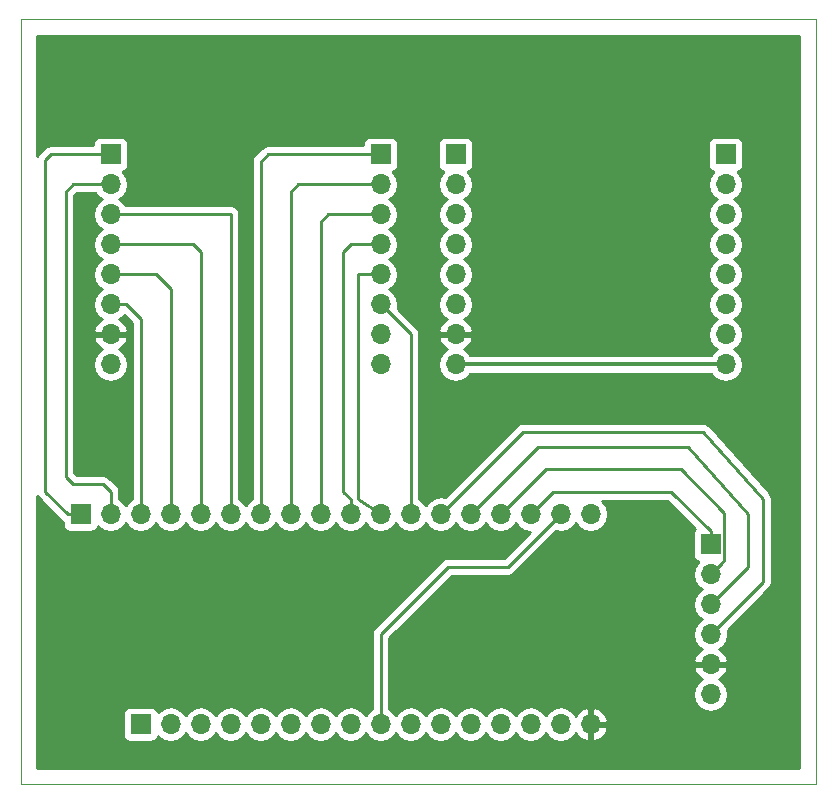
<source format=gbr>
%TF.GenerationSoftware,KiCad,Pcbnew,4.0.7*%
%TF.CreationDate,2018-03-29T14:35:10+02:00*%
%TF.ProjectId,mikrobus-board,6D696B726F6275732D626F6172642E6B,rev?*%
%TF.FileFunction,Copper,L1,Top,Signal*%
%FSLAX46Y46*%
G04 Gerber Fmt 4.6, Leading zero omitted, Abs format (unit mm)*
G04 Created by KiCad (PCBNEW 4.0.7) date 03/29/18 14:35:10*
%MOMM*%
%LPD*%
G01*
G04 APERTURE LIST*
%ADD10C,0.150000*%
%ADD11C,0.100000*%
%ADD12R,1.700000X1.700000*%
%ADD13O,1.700000X1.700000*%
%ADD14C,0.250000*%
%ADD15C,0.380000*%
%ADD16C,0.254000*%
G04 APERTURE END LIST*
D10*
D11*
X184150000Y-100330000D02*
X184150000Y-165100000D01*
X184150000Y-165100000D02*
X182880000Y-165100000D01*
X182880000Y-100330000D02*
X184150000Y-100330000D01*
X180340000Y-100330000D02*
X182880000Y-100330000D01*
X116840000Y-100330000D02*
X116840000Y-101600000D01*
X119380000Y-100330000D02*
X116840000Y-100330000D01*
X116840000Y-101600000D02*
X116840000Y-104140000D01*
X180340000Y-165100000D02*
X182880000Y-165100000D01*
X116840000Y-106680000D02*
X116840000Y-104140000D01*
X116840000Y-165100000D02*
X119380000Y-165100000D01*
X116840000Y-106680000D02*
X116840000Y-165100000D01*
X180340000Y-165100000D02*
X119380000Y-165100000D01*
X119380000Y-100330000D02*
X180340000Y-100330000D01*
D12*
X121920000Y-142240000D03*
D13*
X124460000Y-142240000D03*
X127000000Y-142240000D03*
X129540000Y-142240000D03*
X132080000Y-142240000D03*
X134620000Y-142240000D03*
X137160000Y-142240000D03*
X139700000Y-142240000D03*
X142240000Y-142240000D03*
X144780000Y-142240000D03*
X147320000Y-142240000D03*
X149860000Y-142240000D03*
X152400000Y-142240000D03*
X154940000Y-142240000D03*
X157480000Y-142240000D03*
X160020000Y-142240000D03*
X162560000Y-142240000D03*
X165100000Y-142240000D03*
D12*
X175260000Y-144780000D03*
D13*
X175260000Y-147320000D03*
X175260000Y-149860000D03*
X175260000Y-152400000D03*
X175260000Y-154940000D03*
X175260000Y-157480000D03*
D12*
X124460000Y-111760000D03*
D13*
X124460000Y-114300000D03*
X124460000Y-116840000D03*
X124460000Y-119380000D03*
X124460000Y-121920000D03*
X124460000Y-124460000D03*
X124460000Y-127000000D03*
X124460000Y-129540000D03*
D12*
X147320000Y-111760000D03*
D13*
X147320000Y-114300000D03*
X147320000Y-116840000D03*
X147320000Y-119380000D03*
X147320000Y-121920000D03*
X147320000Y-124460000D03*
X147320000Y-127000000D03*
X147320000Y-129540000D03*
D12*
X153670000Y-111760000D03*
D13*
X153670000Y-114300000D03*
X153670000Y-116840000D03*
X153670000Y-119380000D03*
X153670000Y-121920000D03*
X153670000Y-124460000D03*
X153670000Y-127000000D03*
X153670000Y-129540000D03*
D12*
X176530000Y-111760000D03*
D13*
X176530000Y-114300000D03*
X176530000Y-116840000D03*
X176530000Y-119380000D03*
X176530000Y-121920000D03*
X176530000Y-124460000D03*
X176530000Y-127000000D03*
X176530000Y-129540000D03*
D12*
X127000000Y-160020000D03*
D13*
X129540000Y-160020000D03*
X132080000Y-160020000D03*
X134620000Y-160020000D03*
X137160000Y-160020000D03*
X139700000Y-160020000D03*
X142240000Y-160020000D03*
X144780000Y-160020000D03*
X147320000Y-160020000D03*
X149860000Y-160020000D03*
X152400000Y-160020000D03*
X154940000Y-160020000D03*
X157480000Y-160020000D03*
X160020000Y-160020000D03*
X162560000Y-160020000D03*
X165100000Y-160020000D03*
D14*
X152400000Y-142240000D02*
X159385000Y-135255000D01*
X179705000Y-147955000D02*
X179705000Y-147955000D01*
X159385000Y-135255000D02*
X174625000Y-135255000D01*
X174625000Y-135255000D02*
X179705000Y-140970000D01*
X179705000Y-140970000D02*
X179705000Y-147955000D01*
X179705000Y-147955000D02*
X175260000Y-152400000D01*
X173355000Y-136525000D02*
X160655000Y-136525000D01*
X160655000Y-136525000D02*
X154940000Y-142240000D01*
X178435000Y-142240000D02*
X173355000Y-136525000D01*
X178435000Y-146685000D02*
X178435000Y-142240000D01*
X175260000Y-149860000D02*
X178435000Y-146685000D01*
X157480000Y-142240000D02*
X161290000Y-138430000D01*
X161290000Y-138430000D02*
X172720000Y-138430000D01*
X172720000Y-138430000D02*
X176435001Y-142145001D01*
X176435001Y-142145001D02*
X176435001Y-146144999D01*
X176435001Y-146144999D02*
X176109999Y-146470001D01*
X176109999Y-146470001D02*
X175260000Y-147320000D01*
X175260000Y-144780000D02*
X175260000Y-143680000D01*
X175260000Y-143680000D02*
X171915000Y-140335000D01*
X161925000Y-140335000D02*
X160020000Y-142240000D01*
X171915000Y-140335000D02*
X161925000Y-140335000D01*
X118915000Y-112225000D02*
X119380000Y-111760000D01*
X119380000Y-111760000D02*
X124460000Y-111760000D01*
X118915000Y-140335000D02*
X118915000Y-112225000D01*
X121920000Y-142240000D02*
X120820000Y-142240000D01*
X120820000Y-142240000D02*
X118915000Y-140335000D01*
X124460000Y-142240000D02*
X124460000Y-140335000D01*
X121285000Y-114300000D02*
X124460000Y-114300000D01*
X124460000Y-140335000D02*
X123825000Y-139700000D01*
X120650000Y-114935000D02*
X121285000Y-114300000D01*
X123825000Y-139700000D02*
X121285000Y-139700000D01*
X121285000Y-139700000D02*
X120650000Y-139065000D01*
X120650000Y-139065000D02*
X120650000Y-114935000D01*
X124460000Y-116840000D02*
X134620000Y-116840000D01*
X134620000Y-116840000D02*
X134620000Y-142240000D01*
X124460000Y-119380000D02*
X131445000Y-119380000D01*
X132080000Y-120015000D02*
X132080000Y-142240000D01*
X131445000Y-119380000D02*
X132080000Y-120015000D01*
X124460000Y-121920000D02*
X128270000Y-121920000D01*
X129540000Y-123190000D02*
X129540000Y-142240000D01*
X128270000Y-121920000D02*
X129540000Y-123190000D01*
X124460000Y-124460000D02*
X125730000Y-124460000D01*
X127000000Y-125730000D02*
X127000000Y-142240000D01*
X125730000Y-124460000D02*
X127000000Y-125730000D01*
D15*
X176530000Y-129540000D02*
X153670000Y-129540000D01*
D14*
X137795000Y-111760000D02*
X147320000Y-111760000D01*
X137160000Y-112395000D02*
X137795000Y-111760000D01*
X137160000Y-142240000D02*
X137160000Y-112395000D01*
X139700000Y-114935000D02*
X140335000Y-114300000D01*
X140335000Y-114300000D02*
X147320000Y-114300000D01*
X139700000Y-142240000D02*
X139700000Y-114935000D01*
X142240000Y-117475000D02*
X142875000Y-116840000D01*
X142875000Y-116840000D02*
X147320000Y-116840000D01*
X142240000Y-142240000D02*
X142240000Y-117475000D01*
X144780000Y-142240000D02*
X144780000Y-140970000D01*
X144780000Y-119380000D02*
X147320000Y-119380000D01*
X144145000Y-120015000D02*
X144780000Y-119380000D01*
X144145000Y-140335000D02*
X144145000Y-120015000D01*
X144780000Y-140970000D02*
X144145000Y-140335000D01*
X147320000Y-142240000D02*
X145415000Y-140970000D01*
X145415000Y-140970000D02*
X145415000Y-121920000D01*
X146685000Y-121920000D02*
X147320000Y-121920000D01*
X145415000Y-121920000D02*
X146685000Y-121920000D01*
X149860000Y-142240000D02*
X149860000Y-127000000D01*
X149860000Y-127000000D02*
X147320000Y-124460000D01*
X153035000Y-146685000D02*
X147320000Y-152400000D01*
X147320000Y-152400000D02*
X147320000Y-160020000D01*
X158115000Y-146685000D02*
X153035000Y-146685000D01*
X162560000Y-142240000D02*
X158115000Y-146685000D01*
D16*
G36*
X182753000Y-163703000D02*
X118237000Y-163703000D01*
X118237000Y-140661979D01*
X118377599Y-140872401D01*
X120282599Y-142777401D01*
X120422560Y-142870920D01*
X120422560Y-143090000D01*
X120466838Y-143325317D01*
X120605910Y-143541441D01*
X120818110Y-143686431D01*
X121070000Y-143737440D01*
X122770000Y-143737440D01*
X123005317Y-143693162D01*
X123221441Y-143554090D01*
X123366431Y-143341890D01*
X123380086Y-143274459D01*
X123409946Y-143319147D01*
X123891715Y-143641054D01*
X124460000Y-143754093D01*
X125028285Y-143641054D01*
X125510054Y-143319147D01*
X125730000Y-142989974D01*
X125949946Y-143319147D01*
X126431715Y-143641054D01*
X127000000Y-143754093D01*
X127568285Y-143641054D01*
X128050054Y-143319147D01*
X128270000Y-142989974D01*
X128489946Y-143319147D01*
X128971715Y-143641054D01*
X129540000Y-143754093D01*
X130108285Y-143641054D01*
X130590054Y-143319147D01*
X130810000Y-142989974D01*
X131029946Y-143319147D01*
X131511715Y-143641054D01*
X132080000Y-143754093D01*
X132648285Y-143641054D01*
X133130054Y-143319147D01*
X133350000Y-142989974D01*
X133569946Y-143319147D01*
X134051715Y-143641054D01*
X134620000Y-143754093D01*
X135188285Y-143641054D01*
X135670054Y-143319147D01*
X135890000Y-142989974D01*
X136109946Y-143319147D01*
X136591715Y-143641054D01*
X137160000Y-143754093D01*
X137728285Y-143641054D01*
X138210054Y-143319147D01*
X138430000Y-142989974D01*
X138649946Y-143319147D01*
X139131715Y-143641054D01*
X139700000Y-143754093D01*
X140268285Y-143641054D01*
X140750054Y-143319147D01*
X140970000Y-142989974D01*
X141189946Y-143319147D01*
X141671715Y-143641054D01*
X142240000Y-143754093D01*
X142808285Y-143641054D01*
X143290054Y-143319147D01*
X143510000Y-142989974D01*
X143729946Y-143319147D01*
X144211715Y-143641054D01*
X144780000Y-143754093D01*
X145348285Y-143641054D01*
X145830054Y-143319147D01*
X146050000Y-142989974D01*
X146269946Y-143319147D01*
X146751715Y-143641054D01*
X147320000Y-143754093D01*
X147888285Y-143641054D01*
X148370054Y-143319147D01*
X148590000Y-142989974D01*
X148809946Y-143319147D01*
X149291715Y-143641054D01*
X149860000Y-143754093D01*
X150428285Y-143641054D01*
X150910054Y-143319147D01*
X151130000Y-142989974D01*
X151349946Y-143319147D01*
X151831715Y-143641054D01*
X152400000Y-143754093D01*
X152968285Y-143641054D01*
X153450054Y-143319147D01*
X153670000Y-142989974D01*
X153889946Y-143319147D01*
X154371715Y-143641054D01*
X154940000Y-143754093D01*
X155508285Y-143641054D01*
X155990054Y-143319147D01*
X156210000Y-142989974D01*
X156429946Y-143319147D01*
X156911715Y-143641054D01*
X157480000Y-143754093D01*
X158048285Y-143641054D01*
X158530054Y-143319147D01*
X158750000Y-142989974D01*
X158969946Y-143319147D01*
X159451715Y-143641054D01*
X159979217Y-143745981D01*
X157800198Y-145925000D01*
X153035000Y-145925000D01*
X152744161Y-145982852D01*
X152497599Y-146147598D01*
X146782599Y-151862599D01*
X146617852Y-152109161D01*
X146560000Y-152400000D01*
X146560000Y-158747046D01*
X146269946Y-158940853D01*
X146050000Y-159270026D01*
X145830054Y-158940853D01*
X145348285Y-158618946D01*
X144780000Y-158505907D01*
X144211715Y-158618946D01*
X143729946Y-158940853D01*
X143510000Y-159270026D01*
X143290054Y-158940853D01*
X142808285Y-158618946D01*
X142240000Y-158505907D01*
X141671715Y-158618946D01*
X141189946Y-158940853D01*
X140970000Y-159270026D01*
X140750054Y-158940853D01*
X140268285Y-158618946D01*
X139700000Y-158505907D01*
X139131715Y-158618946D01*
X138649946Y-158940853D01*
X138430000Y-159270026D01*
X138210054Y-158940853D01*
X137728285Y-158618946D01*
X137160000Y-158505907D01*
X136591715Y-158618946D01*
X136109946Y-158940853D01*
X135890000Y-159270026D01*
X135670054Y-158940853D01*
X135188285Y-158618946D01*
X134620000Y-158505907D01*
X134051715Y-158618946D01*
X133569946Y-158940853D01*
X133350000Y-159270026D01*
X133130054Y-158940853D01*
X132648285Y-158618946D01*
X132080000Y-158505907D01*
X131511715Y-158618946D01*
X131029946Y-158940853D01*
X130810000Y-159270026D01*
X130590054Y-158940853D01*
X130108285Y-158618946D01*
X129540000Y-158505907D01*
X128971715Y-158618946D01*
X128489946Y-158940853D01*
X128462150Y-158982452D01*
X128453162Y-158934683D01*
X128314090Y-158718559D01*
X128101890Y-158573569D01*
X127850000Y-158522560D01*
X126150000Y-158522560D01*
X125914683Y-158566838D01*
X125698559Y-158705910D01*
X125553569Y-158918110D01*
X125502560Y-159170000D01*
X125502560Y-160870000D01*
X125546838Y-161105317D01*
X125685910Y-161321441D01*
X125898110Y-161466431D01*
X126150000Y-161517440D01*
X127850000Y-161517440D01*
X128085317Y-161473162D01*
X128301441Y-161334090D01*
X128446431Y-161121890D01*
X128460086Y-161054459D01*
X128489946Y-161099147D01*
X128971715Y-161421054D01*
X129540000Y-161534093D01*
X130108285Y-161421054D01*
X130590054Y-161099147D01*
X130810000Y-160769974D01*
X131029946Y-161099147D01*
X131511715Y-161421054D01*
X132080000Y-161534093D01*
X132648285Y-161421054D01*
X133130054Y-161099147D01*
X133350000Y-160769974D01*
X133569946Y-161099147D01*
X134051715Y-161421054D01*
X134620000Y-161534093D01*
X135188285Y-161421054D01*
X135670054Y-161099147D01*
X135890000Y-160769974D01*
X136109946Y-161099147D01*
X136591715Y-161421054D01*
X137160000Y-161534093D01*
X137728285Y-161421054D01*
X138210054Y-161099147D01*
X138430000Y-160769974D01*
X138649946Y-161099147D01*
X139131715Y-161421054D01*
X139700000Y-161534093D01*
X140268285Y-161421054D01*
X140750054Y-161099147D01*
X140970000Y-160769974D01*
X141189946Y-161099147D01*
X141671715Y-161421054D01*
X142240000Y-161534093D01*
X142808285Y-161421054D01*
X143290054Y-161099147D01*
X143510000Y-160769974D01*
X143729946Y-161099147D01*
X144211715Y-161421054D01*
X144780000Y-161534093D01*
X145348285Y-161421054D01*
X145830054Y-161099147D01*
X146050000Y-160769974D01*
X146269946Y-161099147D01*
X146751715Y-161421054D01*
X147320000Y-161534093D01*
X147888285Y-161421054D01*
X148370054Y-161099147D01*
X148590000Y-160769974D01*
X148809946Y-161099147D01*
X149291715Y-161421054D01*
X149860000Y-161534093D01*
X150428285Y-161421054D01*
X150910054Y-161099147D01*
X151130000Y-160769974D01*
X151349946Y-161099147D01*
X151831715Y-161421054D01*
X152400000Y-161534093D01*
X152968285Y-161421054D01*
X153450054Y-161099147D01*
X153670000Y-160769974D01*
X153889946Y-161099147D01*
X154371715Y-161421054D01*
X154940000Y-161534093D01*
X155508285Y-161421054D01*
X155990054Y-161099147D01*
X156210000Y-160769974D01*
X156429946Y-161099147D01*
X156911715Y-161421054D01*
X157480000Y-161534093D01*
X158048285Y-161421054D01*
X158530054Y-161099147D01*
X158750000Y-160769974D01*
X158969946Y-161099147D01*
X159451715Y-161421054D01*
X160020000Y-161534093D01*
X160588285Y-161421054D01*
X161070054Y-161099147D01*
X161290000Y-160769974D01*
X161509946Y-161099147D01*
X161991715Y-161421054D01*
X162560000Y-161534093D01*
X163128285Y-161421054D01*
X163610054Y-161099147D01*
X163837702Y-160758447D01*
X163904817Y-160901358D01*
X164333076Y-161291645D01*
X164743110Y-161461476D01*
X164973000Y-161340155D01*
X164973000Y-160147000D01*
X165227000Y-160147000D01*
X165227000Y-161340155D01*
X165456890Y-161461476D01*
X165866924Y-161291645D01*
X166295183Y-160901358D01*
X166541486Y-160376892D01*
X166420819Y-160147000D01*
X165227000Y-160147000D01*
X164973000Y-160147000D01*
X164953000Y-160147000D01*
X164953000Y-159893000D01*
X164973000Y-159893000D01*
X164973000Y-158699845D01*
X165227000Y-158699845D01*
X165227000Y-159893000D01*
X166420819Y-159893000D01*
X166541486Y-159663108D01*
X166295183Y-159138642D01*
X165866924Y-158748355D01*
X165456890Y-158578524D01*
X165227000Y-158699845D01*
X164973000Y-158699845D01*
X164743110Y-158578524D01*
X164333076Y-158748355D01*
X163904817Y-159138642D01*
X163837702Y-159281553D01*
X163610054Y-158940853D01*
X163128285Y-158618946D01*
X162560000Y-158505907D01*
X161991715Y-158618946D01*
X161509946Y-158940853D01*
X161290000Y-159270026D01*
X161070054Y-158940853D01*
X160588285Y-158618946D01*
X160020000Y-158505907D01*
X159451715Y-158618946D01*
X158969946Y-158940853D01*
X158750000Y-159270026D01*
X158530054Y-158940853D01*
X158048285Y-158618946D01*
X157480000Y-158505907D01*
X156911715Y-158618946D01*
X156429946Y-158940853D01*
X156210000Y-159270026D01*
X155990054Y-158940853D01*
X155508285Y-158618946D01*
X154940000Y-158505907D01*
X154371715Y-158618946D01*
X153889946Y-158940853D01*
X153670000Y-159270026D01*
X153450054Y-158940853D01*
X152968285Y-158618946D01*
X152400000Y-158505907D01*
X151831715Y-158618946D01*
X151349946Y-158940853D01*
X151130000Y-159270026D01*
X150910054Y-158940853D01*
X150428285Y-158618946D01*
X149860000Y-158505907D01*
X149291715Y-158618946D01*
X148809946Y-158940853D01*
X148590000Y-159270026D01*
X148370054Y-158940853D01*
X148080000Y-158747046D01*
X148080000Y-157480000D01*
X173745907Y-157480000D01*
X173858946Y-158048285D01*
X174180853Y-158530054D01*
X174662622Y-158851961D01*
X175230907Y-158965000D01*
X175289093Y-158965000D01*
X175857378Y-158851961D01*
X176339147Y-158530054D01*
X176661054Y-158048285D01*
X176774093Y-157480000D01*
X176661054Y-156911715D01*
X176339147Y-156429946D01*
X175998447Y-156202298D01*
X176141358Y-156135183D01*
X176531645Y-155706924D01*
X176701476Y-155296890D01*
X176580155Y-155067000D01*
X175387000Y-155067000D01*
X175387000Y-155087000D01*
X175133000Y-155087000D01*
X175133000Y-155067000D01*
X173939845Y-155067000D01*
X173818524Y-155296890D01*
X173988355Y-155706924D01*
X174378642Y-156135183D01*
X174521553Y-156202298D01*
X174180853Y-156429946D01*
X173858946Y-156911715D01*
X173745907Y-157480000D01*
X148080000Y-157480000D01*
X148080000Y-152714802D01*
X153349803Y-147445000D01*
X158115000Y-147445000D01*
X158405839Y-147387148D01*
X158652401Y-147222401D01*
X162193592Y-143681210D01*
X162560000Y-143754093D01*
X163128285Y-143641054D01*
X163610054Y-143319147D01*
X163830000Y-142989974D01*
X164049946Y-143319147D01*
X164531715Y-143641054D01*
X165100000Y-143754093D01*
X165668285Y-143641054D01*
X166150054Y-143319147D01*
X166471961Y-142837378D01*
X166585000Y-142269093D01*
X166585000Y-142210907D01*
X166471961Y-141642622D01*
X166150054Y-141160853D01*
X166051498Y-141095000D01*
X171600198Y-141095000D01*
X173966195Y-143460997D01*
X173958559Y-143465910D01*
X173813569Y-143678110D01*
X173762560Y-143930000D01*
X173762560Y-145630000D01*
X173806838Y-145865317D01*
X173945910Y-146081441D01*
X174158110Y-146226431D01*
X174225541Y-146240086D01*
X174180853Y-146269946D01*
X173858946Y-146751715D01*
X173745907Y-147320000D01*
X173858946Y-147888285D01*
X174180853Y-148370054D01*
X174510026Y-148590000D01*
X174180853Y-148809946D01*
X173858946Y-149291715D01*
X173745907Y-149860000D01*
X173858946Y-150428285D01*
X174180853Y-150910054D01*
X174510026Y-151130000D01*
X174180853Y-151349946D01*
X173858946Y-151831715D01*
X173745907Y-152400000D01*
X173858946Y-152968285D01*
X174180853Y-153450054D01*
X174521553Y-153677702D01*
X174378642Y-153744817D01*
X173988355Y-154173076D01*
X173818524Y-154583110D01*
X173939845Y-154813000D01*
X175133000Y-154813000D01*
X175133000Y-154793000D01*
X175387000Y-154793000D01*
X175387000Y-154813000D01*
X176580155Y-154813000D01*
X176701476Y-154583110D01*
X176531645Y-154173076D01*
X176141358Y-153744817D01*
X175998447Y-153677702D01*
X176339147Y-153450054D01*
X176661054Y-152968285D01*
X176774093Y-152400000D01*
X176701210Y-152033592D01*
X180242401Y-148492401D01*
X180407148Y-148245840D01*
X180465000Y-147955000D01*
X180465000Y-140970000D01*
X180440348Y-140846066D01*
X180423015Y-140720894D01*
X180411565Y-140701364D01*
X180407148Y-140679161D01*
X180336945Y-140574094D01*
X180273031Y-140465084D01*
X175193031Y-134750083D01*
X175174978Y-134736421D01*
X175162401Y-134717599D01*
X175057339Y-134647399D01*
X174956569Y-134571142D01*
X174934662Y-134565429D01*
X174915839Y-134552852D01*
X174791903Y-134528199D01*
X174669629Y-134496312D01*
X174647205Y-134499417D01*
X174625000Y-134495000D01*
X159385000Y-134495000D01*
X159094161Y-134552852D01*
X158847599Y-134717599D01*
X152766408Y-140798790D01*
X152400000Y-140725907D01*
X151831715Y-140838946D01*
X151349946Y-141160853D01*
X151130000Y-141490026D01*
X150910054Y-141160853D01*
X150620000Y-140967046D01*
X150620000Y-129540000D01*
X152155907Y-129540000D01*
X152268946Y-130108285D01*
X152590853Y-130590054D01*
X153072622Y-130911961D01*
X153640907Y-131025000D01*
X153699093Y-131025000D01*
X154267378Y-130911961D01*
X154749147Y-130590054D01*
X154899523Y-130365000D01*
X175300477Y-130365000D01*
X175450853Y-130590054D01*
X175932622Y-130911961D01*
X176500907Y-131025000D01*
X176559093Y-131025000D01*
X177127378Y-130911961D01*
X177609147Y-130590054D01*
X177931054Y-130108285D01*
X178044093Y-129540000D01*
X177931054Y-128971715D01*
X177609147Y-128489946D01*
X177279974Y-128270000D01*
X177609147Y-128050054D01*
X177931054Y-127568285D01*
X178044093Y-127000000D01*
X177931054Y-126431715D01*
X177609147Y-125949946D01*
X177279974Y-125730000D01*
X177609147Y-125510054D01*
X177931054Y-125028285D01*
X178044093Y-124460000D01*
X177931054Y-123891715D01*
X177609147Y-123409946D01*
X177279974Y-123190000D01*
X177609147Y-122970054D01*
X177931054Y-122488285D01*
X178044093Y-121920000D01*
X177931054Y-121351715D01*
X177609147Y-120869946D01*
X177279974Y-120650000D01*
X177609147Y-120430054D01*
X177931054Y-119948285D01*
X178044093Y-119380000D01*
X177931054Y-118811715D01*
X177609147Y-118329946D01*
X177279974Y-118110000D01*
X177609147Y-117890054D01*
X177931054Y-117408285D01*
X178044093Y-116840000D01*
X177931054Y-116271715D01*
X177609147Y-115789946D01*
X177279974Y-115570000D01*
X177609147Y-115350054D01*
X177931054Y-114868285D01*
X178044093Y-114300000D01*
X177931054Y-113731715D01*
X177609147Y-113249946D01*
X177567548Y-113222150D01*
X177615317Y-113213162D01*
X177831441Y-113074090D01*
X177976431Y-112861890D01*
X178027440Y-112610000D01*
X178027440Y-110910000D01*
X177983162Y-110674683D01*
X177844090Y-110458559D01*
X177631890Y-110313569D01*
X177380000Y-110262560D01*
X175680000Y-110262560D01*
X175444683Y-110306838D01*
X175228559Y-110445910D01*
X175083569Y-110658110D01*
X175032560Y-110910000D01*
X175032560Y-112610000D01*
X175076838Y-112845317D01*
X175215910Y-113061441D01*
X175428110Y-113206431D01*
X175495541Y-113220086D01*
X175450853Y-113249946D01*
X175128946Y-113731715D01*
X175015907Y-114300000D01*
X175128946Y-114868285D01*
X175450853Y-115350054D01*
X175780026Y-115570000D01*
X175450853Y-115789946D01*
X175128946Y-116271715D01*
X175015907Y-116840000D01*
X175128946Y-117408285D01*
X175450853Y-117890054D01*
X175780026Y-118110000D01*
X175450853Y-118329946D01*
X175128946Y-118811715D01*
X175015907Y-119380000D01*
X175128946Y-119948285D01*
X175450853Y-120430054D01*
X175780026Y-120650000D01*
X175450853Y-120869946D01*
X175128946Y-121351715D01*
X175015907Y-121920000D01*
X175128946Y-122488285D01*
X175450853Y-122970054D01*
X175780026Y-123190000D01*
X175450853Y-123409946D01*
X175128946Y-123891715D01*
X175015907Y-124460000D01*
X175128946Y-125028285D01*
X175450853Y-125510054D01*
X175780026Y-125730000D01*
X175450853Y-125949946D01*
X175128946Y-126431715D01*
X175015907Y-127000000D01*
X175128946Y-127568285D01*
X175450853Y-128050054D01*
X175780026Y-128270000D01*
X175450853Y-128489946D01*
X175300477Y-128715000D01*
X154899523Y-128715000D01*
X154749147Y-128489946D01*
X154408447Y-128262298D01*
X154551358Y-128195183D01*
X154941645Y-127766924D01*
X155111476Y-127356890D01*
X154990155Y-127127000D01*
X153797000Y-127127000D01*
X153797000Y-127147000D01*
X153543000Y-127147000D01*
X153543000Y-127127000D01*
X152349845Y-127127000D01*
X152228524Y-127356890D01*
X152398355Y-127766924D01*
X152788642Y-128195183D01*
X152931553Y-128262298D01*
X152590853Y-128489946D01*
X152268946Y-128971715D01*
X152155907Y-129540000D01*
X150620000Y-129540000D01*
X150620000Y-127000000D01*
X150562148Y-126709161D01*
X150562148Y-126709160D01*
X150397401Y-126462599D01*
X148761210Y-124826408D01*
X148834093Y-124460000D01*
X148721054Y-123891715D01*
X148399147Y-123409946D01*
X148069974Y-123190000D01*
X148399147Y-122970054D01*
X148721054Y-122488285D01*
X148834093Y-121920000D01*
X148721054Y-121351715D01*
X148399147Y-120869946D01*
X148069974Y-120650000D01*
X148399147Y-120430054D01*
X148721054Y-119948285D01*
X148834093Y-119380000D01*
X148721054Y-118811715D01*
X148399147Y-118329946D01*
X148069974Y-118110000D01*
X148399147Y-117890054D01*
X148721054Y-117408285D01*
X148834093Y-116840000D01*
X148721054Y-116271715D01*
X148399147Y-115789946D01*
X148069974Y-115570000D01*
X148399147Y-115350054D01*
X148721054Y-114868285D01*
X148834093Y-114300000D01*
X152155907Y-114300000D01*
X152268946Y-114868285D01*
X152590853Y-115350054D01*
X152920026Y-115570000D01*
X152590853Y-115789946D01*
X152268946Y-116271715D01*
X152155907Y-116840000D01*
X152268946Y-117408285D01*
X152590853Y-117890054D01*
X152920026Y-118110000D01*
X152590853Y-118329946D01*
X152268946Y-118811715D01*
X152155907Y-119380000D01*
X152268946Y-119948285D01*
X152590853Y-120430054D01*
X152920026Y-120650000D01*
X152590853Y-120869946D01*
X152268946Y-121351715D01*
X152155907Y-121920000D01*
X152268946Y-122488285D01*
X152590853Y-122970054D01*
X152920026Y-123190000D01*
X152590853Y-123409946D01*
X152268946Y-123891715D01*
X152155907Y-124460000D01*
X152268946Y-125028285D01*
X152590853Y-125510054D01*
X152931553Y-125737702D01*
X152788642Y-125804817D01*
X152398355Y-126233076D01*
X152228524Y-126643110D01*
X152349845Y-126873000D01*
X153543000Y-126873000D01*
X153543000Y-126853000D01*
X153797000Y-126853000D01*
X153797000Y-126873000D01*
X154990155Y-126873000D01*
X155111476Y-126643110D01*
X154941645Y-126233076D01*
X154551358Y-125804817D01*
X154408447Y-125737702D01*
X154749147Y-125510054D01*
X155071054Y-125028285D01*
X155184093Y-124460000D01*
X155071054Y-123891715D01*
X154749147Y-123409946D01*
X154419974Y-123190000D01*
X154749147Y-122970054D01*
X155071054Y-122488285D01*
X155184093Y-121920000D01*
X155071054Y-121351715D01*
X154749147Y-120869946D01*
X154419974Y-120650000D01*
X154749147Y-120430054D01*
X155071054Y-119948285D01*
X155184093Y-119380000D01*
X155071054Y-118811715D01*
X154749147Y-118329946D01*
X154419974Y-118110000D01*
X154749147Y-117890054D01*
X155071054Y-117408285D01*
X155184093Y-116840000D01*
X155071054Y-116271715D01*
X154749147Y-115789946D01*
X154419974Y-115570000D01*
X154749147Y-115350054D01*
X155071054Y-114868285D01*
X155184093Y-114300000D01*
X155071054Y-113731715D01*
X154749147Y-113249946D01*
X154707548Y-113222150D01*
X154755317Y-113213162D01*
X154971441Y-113074090D01*
X155116431Y-112861890D01*
X155167440Y-112610000D01*
X155167440Y-110910000D01*
X155123162Y-110674683D01*
X154984090Y-110458559D01*
X154771890Y-110313569D01*
X154520000Y-110262560D01*
X152820000Y-110262560D01*
X152584683Y-110306838D01*
X152368559Y-110445910D01*
X152223569Y-110658110D01*
X152172560Y-110910000D01*
X152172560Y-112610000D01*
X152216838Y-112845317D01*
X152355910Y-113061441D01*
X152568110Y-113206431D01*
X152635541Y-113220086D01*
X152590853Y-113249946D01*
X152268946Y-113731715D01*
X152155907Y-114300000D01*
X148834093Y-114300000D01*
X148721054Y-113731715D01*
X148399147Y-113249946D01*
X148357548Y-113222150D01*
X148405317Y-113213162D01*
X148621441Y-113074090D01*
X148766431Y-112861890D01*
X148817440Y-112610000D01*
X148817440Y-110910000D01*
X148773162Y-110674683D01*
X148634090Y-110458559D01*
X148421890Y-110313569D01*
X148170000Y-110262560D01*
X146470000Y-110262560D01*
X146234683Y-110306838D01*
X146018559Y-110445910D01*
X145873569Y-110658110D01*
X145822560Y-110910000D01*
X145822560Y-111000000D01*
X137795000Y-111000000D01*
X137504161Y-111057852D01*
X137257599Y-111222599D01*
X136622599Y-111857599D01*
X136457852Y-112104161D01*
X136400000Y-112395000D01*
X136400000Y-140967046D01*
X136109946Y-141160853D01*
X135890000Y-141490026D01*
X135670054Y-141160853D01*
X135380000Y-140967046D01*
X135380000Y-116840000D01*
X135322148Y-116549161D01*
X135157401Y-116302599D01*
X134910839Y-116137852D01*
X134620000Y-116080000D01*
X125732954Y-116080000D01*
X125539147Y-115789946D01*
X125209974Y-115570000D01*
X125539147Y-115350054D01*
X125861054Y-114868285D01*
X125974093Y-114300000D01*
X125861054Y-113731715D01*
X125539147Y-113249946D01*
X125497548Y-113222150D01*
X125545317Y-113213162D01*
X125761441Y-113074090D01*
X125906431Y-112861890D01*
X125957440Y-112610000D01*
X125957440Y-110910000D01*
X125913162Y-110674683D01*
X125774090Y-110458559D01*
X125561890Y-110313569D01*
X125310000Y-110262560D01*
X123610000Y-110262560D01*
X123374683Y-110306838D01*
X123158559Y-110445910D01*
X123013569Y-110658110D01*
X122962560Y-110910000D01*
X122962560Y-111000000D01*
X119380000Y-111000000D01*
X119089160Y-111057852D01*
X118842599Y-111222599D01*
X118377599Y-111687599D01*
X118237000Y-111898021D01*
X118237000Y-101727000D01*
X182753000Y-101727000D01*
X182753000Y-163703000D01*
X182753000Y-163703000D01*
G37*
X182753000Y-163703000D02*
X118237000Y-163703000D01*
X118237000Y-140661979D01*
X118377599Y-140872401D01*
X120282599Y-142777401D01*
X120422560Y-142870920D01*
X120422560Y-143090000D01*
X120466838Y-143325317D01*
X120605910Y-143541441D01*
X120818110Y-143686431D01*
X121070000Y-143737440D01*
X122770000Y-143737440D01*
X123005317Y-143693162D01*
X123221441Y-143554090D01*
X123366431Y-143341890D01*
X123380086Y-143274459D01*
X123409946Y-143319147D01*
X123891715Y-143641054D01*
X124460000Y-143754093D01*
X125028285Y-143641054D01*
X125510054Y-143319147D01*
X125730000Y-142989974D01*
X125949946Y-143319147D01*
X126431715Y-143641054D01*
X127000000Y-143754093D01*
X127568285Y-143641054D01*
X128050054Y-143319147D01*
X128270000Y-142989974D01*
X128489946Y-143319147D01*
X128971715Y-143641054D01*
X129540000Y-143754093D01*
X130108285Y-143641054D01*
X130590054Y-143319147D01*
X130810000Y-142989974D01*
X131029946Y-143319147D01*
X131511715Y-143641054D01*
X132080000Y-143754093D01*
X132648285Y-143641054D01*
X133130054Y-143319147D01*
X133350000Y-142989974D01*
X133569946Y-143319147D01*
X134051715Y-143641054D01*
X134620000Y-143754093D01*
X135188285Y-143641054D01*
X135670054Y-143319147D01*
X135890000Y-142989974D01*
X136109946Y-143319147D01*
X136591715Y-143641054D01*
X137160000Y-143754093D01*
X137728285Y-143641054D01*
X138210054Y-143319147D01*
X138430000Y-142989974D01*
X138649946Y-143319147D01*
X139131715Y-143641054D01*
X139700000Y-143754093D01*
X140268285Y-143641054D01*
X140750054Y-143319147D01*
X140970000Y-142989974D01*
X141189946Y-143319147D01*
X141671715Y-143641054D01*
X142240000Y-143754093D01*
X142808285Y-143641054D01*
X143290054Y-143319147D01*
X143510000Y-142989974D01*
X143729946Y-143319147D01*
X144211715Y-143641054D01*
X144780000Y-143754093D01*
X145348285Y-143641054D01*
X145830054Y-143319147D01*
X146050000Y-142989974D01*
X146269946Y-143319147D01*
X146751715Y-143641054D01*
X147320000Y-143754093D01*
X147888285Y-143641054D01*
X148370054Y-143319147D01*
X148590000Y-142989974D01*
X148809946Y-143319147D01*
X149291715Y-143641054D01*
X149860000Y-143754093D01*
X150428285Y-143641054D01*
X150910054Y-143319147D01*
X151130000Y-142989974D01*
X151349946Y-143319147D01*
X151831715Y-143641054D01*
X152400000Y-143754093D01*
X152968285Y-143641054D01*
X153450054Y-143319147D01*
X153670000Y-142989974D01*
X153889946Y-143319147D01*
X154371715Y-143641054D01*
X154940000Y-143754093D01*
X155508285Y-143641054D01*
X155990054Y-143319147D01*
X156210000Y-142989974D01*
X156429946Y-143319147D01*
X156911715Y-143641054D01*
X157480000Y-143754093D01*
X158048285Y-143641054D01*
X158530054Y-143319147D01*
X158750000Y-142989974D01*
X158969946Y-143319147D01*
X159451715Y-143641054D01*
X159979217Y-143745981D01*
X157800198Y-145925000D01*
X153035000Y-145925000D01*
X152744161Y-145982852D01*
X152497599Y-146147598D01*
X146782599Y-151862599D01*
X146617852Y-152109161D01*
X146560000Y-152400000D01*
X146560000Y-158747046D01*
X146269946Y-158940853D01*
X146050000Y-159270026D01*
X145830054Y-158940853D01*
X145348285Y-158618946D01*
X144780000Y-158505907D01*
X144211715Y-158618946D01*
X143729946Y-158940853D01*
X143510000Y-159270026D01*
X143290054Y-158940853D01*
X142808285Y-158618946D01*
X142240000Y-158505907D01*
X141671715Y-158618946D01*
X141189946Y-158940853D01*
X140970000Y-159270026D01*
X140750054Y-158940853D01*
X140268285Y-158618946D01*
X139700000Y-158505907D01*
X139131715Y-158618946D01*
X138649946Y-158940853D01*
X138430000Y-159270026D01*
X138210054Y-158940853D01*
X137728285Y-158618946D01*
X137160000Y-158505907D01*
X136591715Y-158618946D01*
X136109946Y-158940853D01*
X135890000Y-159270026D01*
X135670054Y-158940853D01*
X135188285Y-158618946D01*
X134620000Y-158505907D01*
X134051715Y-158618946D01*
X133569946Y-158940853D01*
X133350000Y-159270026D01*
X133130054Y-158940853D01*
X132648285Y-158618946D01*
X132080000Y-158505907D01*
X131511715Y-158618946D01*
X131029946Y-158940853D01*
X130810000Y-159270026D01*
X130590054Y-158940853D01*
X130108285Y-158618946D01*
X129540000Y-158505907D01*
X128971715Y-158618946D01*
X128489946Y-158940853D01*
X128462150Y-158982452D01*
X128453162Y-158934683D01*
X128314090Y-158718559D01*
X128101890Y-158573569D01*
X127850000Y-158522560D01*
X126150000Y-158522560D01*
X125914683Y-158566838D01*
X125698559Y-158705910D01*
X125553569Y-158918110D01*
X125502560Y-159170000D01*
X125502560Y-160870000D01*
X125546838Y-161105317D01*
X125685910Y-161321441D01*
X125898110Y-161466431D01*
X126150000Y-161517440D01*
X127850000Y-161517440D01*
X128085317Y-161473162D01*
X128301441Y-161334090D01*
X128446431Y-161121890D01*
X128460086Y-161054459D01*
X128489946Y-161099147D01*
X128971715Y-161421054D01*
X129540000Y-161534093D01*
X130108285Y-161421054D01*
X130590054Y-161099147D01*
X130810000Y-160769974D01*
X131029946Y-161099147D01*
X131511715Y-161421054D01*
X132080000Y-161534093D01*
X132648285Y-161421054D01*
X133130054Y-161099147D01*
X133350000Y-160769974D01*
X133569946Y-161099147D01*
X134051715Y-161421054D01*
X134620000Y-161534093D01*
X135188285Y-161421054D01*
X135670054Y-161099147D01*
X135890000Y-160769974D01*
X136109946Y-161099147D01*
X136591715Y-161421054D01*
X137160000Y-161534093D01*
X137728285Y-161421054D01*
X138210054Y-161099147D01*
X138430000Y-160769974D01*
X138649946Y-161099147D01*
X139131715Y-161421054D01*
X139700000Y-161534093D01*
X140268285Y-161421054D01*
X140750054Y-161099147D01*
X140970000Y-160769974D01*
X141189946Y-161099147D01*
X141671715Y-161421054D01*
X142240000Y-161534093D01*
X142808285Y-161421054D01*
X143290054Y-161099147D01*
X143510000Y-160769974D01*
X143729946Y-161099147D01*
X144211715Y-161421054D01*
X144780000Y-161534093D01*
X145348285Y-161421054D01*
X145830054Y-161099147D01*
X146050000Y-160769974D01*
X146269946Y-161099147D01*
X146751715Y-161421054D01*
X147320000Y-161534093D01*
X147888285Y-161421054D01*
X148370054Y-161099147D01*
X148590000Y-160769974D01*
X148809946Y-161099147D01*
X149291715Y-161421054D01*
X149860000Y-161534093D01*
X150428285Y-161421054D01*
X150910054Y-161099147D01*
X151130000Y-160769974D01*
X151349946Y-161099147D01*
X151831715Y-161421054D01*
X152400000Y-161534093D01*
X152968285Y-161421054D01*
X153450054Y-161099147D01*
X153670000Y-160769974D01*
X153889946Y-161099147D01*
X154371715Y-161421054D01*
X154940000Y-161534093D01*
X155508285Y-161421054D01*
X155990054Y-161099147D01*
X156210000Y-160769974D01*
X156429946Y-161099147D01*
X156911715Y-161421054D01*
X157480000Y-161534093D01*
X158048285Y-161421054D01*
X158530054Y-161099147D01*
X158750000Y-160769974D01*
X158969946Y-161099147D01*
X159451715Y-161421054D01*
X160020000Y-161534093D01*
X160588285Y-161421054D01*
X161070054Y-161099147D01*
X161290000Y-160769974D01*
X161509946Y-161099147D01*
X161991715Y-161421054D01*
X162560000Y-161534093D01*
X163128285Y-161421054D01*
X163610054Y-161099147D01*
X163837702Y-160758447D01*
X163904817Y-160901358D01*
X164333076Y-161291645D01*
X164743110Y-161461476D01*
X164973000Y-161340155D01*
X164973000Y-160147000D01*
X165227000Y-160147000D01*
X165227000Y-161340155D01*
X165456890Y-161461476D01*
X165866924Y-161291645D01*
X166295183Y-160901358D01*
X166541486Y-160376892D01*
X166420819Y-160147000D01*
X165227000Y-160147000D01*
X164973000Y-160147000D01*
X164953000Y-160147000D01*
X164953000Y-159893000D01*
X164973000Y-159893000D01*
X164973000Y-158699845D01*
X165227000Y-158699845D01*
X165227000Y-159893000D01*
X166420819Y-159893000D01*
X166541486Y-159663108D01*
X166295183Y-159138642D01*
X165866924Y-158748355D01*
X165456890Y-158578524D01*
X165227000Y-158699845D01*
X164973000Y-158699845D01*
X164743110Y-158578524D01*
X164333076Y-158748355D01*
X163904817Y-159138642D01*
X163837702Y-159281553D01*
X163610054Y-158940853D01*
X163128285Y-158618946D01*
X162560000Y-158505907D01*
X161991715Y-158618946D01*
X161509946Y-158940853D01*
X161290000Y-159270026D01*
X161070054Y-158940853D01*
X160588285Y-158618946D01*
X160020000Y-158505907D01*
X159451715Y-158618946D01*
X158969946Y-158940853D01*
X158750000Y-159270026D01*
X158530054Y-158940853D01*
X158048285Y-158618946D01*
X157480000Y-158505907D01*
X156911715Y-158618946D01*
X156429946Y-158940853D01*
X156210000Y-159270026D01*
X155990054Y-158940853D01*
X155508285Y-158618946D01*
X154940000Y-158505907D01*
X154371715Y-158618946D01*
X153889946Y-158940853D01*
X153670000Y-159270026D01*
X153450054Y-158940853D01*
X152968285Y-158618946D01*
X152400000Y-158505907D01*
X151831715Y-158618946D01*
X151349946Y-158940853D01*
X151130000Y-159270026D01*
X150910054Y-158940853D01*
X150428285Y-158618946D01*
X149860000Y-158505907D01*
X149291715Y-158618946D01*
X148809946Y-158940853D01*
X148590000Y-159270026D01*
X148370054Y-158940853D01*
X148080000Y-158747046D01*
X148080000Y-157480000D01*
X173745907Y-157480000D01*
X173858946Y-158048285D01*
X174180853Y-158530054D01*
X174662622Y-158851961D01*
X175230907Y-158965000D01*
X175289093Y-158965000D01*
X175857378Y-158851961D01*
X176339147Y-158530054D01*
X176661054Y-158048285D01*
X176774093Y-157480000D01*
X176661054Y-156911715D01*
X176339147Y-156429946D01*
X175998447Y-156202298D01*
X176141358Y-156135183D01*
X176531645Y-155706924D01*
X176701476Y-155296890D01*
X176580155Y-155067000D01*
X175387000Y-155067000D01*
X175387000Y-155087000D01*
X175133000Y-155087000D01*
X175133000Y-155067000D01*
X173939845Y-155067000D01*
X173818524Y-155296890D01*
X173988355Y-155706924D01*
X174378642Y-156135183D01*
X174521553Y-156202298D01*
X174180853Y-156429946D01*
X173858946Y-156911715D01*
X173745907Y-157480000D01*
X148080000Y-157480000D01*
X148080000Y-152714802D01*
X153349803Y-147445000D01*
X158115000Y-147445000D01*
X158405839Y-147387148D01*
X158652401Y-147222401D01*
X162193592Y-143681210D01*
X162560000Y-143754093D01*
X163128285Y-143641054D01*
X163610054Y-143319147D01*
X163830000Y-142989974D01*
X164049946Y-143319147D01*
X164531715Y-143641054D01*
X165100000Y-143754093D01*
X165668285Y-143641054D01*
X166150054Y-143319147D01*
X166471961Y-142837378D01*
X166585000Y-142269093D01*
X166585000Y-142210907D01*
X166471961Y-141642622D01*
X166150054Y-141160853D01*
X166051498Y-141095000D01*
X171600198Y-141095000D01*
X173966195Y-143460997D01*
X173958559Y-143465910D01*
X173813569Y-143678110D01*
X173762560Y-143930000D01*
X173762560Y-145630000D01*
X173806838Y-145865317D01*
X173945910Y-146081441D01*
X174158110Y-146226431D01*
X174225541Y-146240086D01*
X174180853Y-146269946D01*
X173858946Y-146751715D01*
X173745907Y-147320000D01*
X173858946Y-147888285D01*
X174180853Y-148370054D01*
X174510026Y-148590000D01*
X174180853Y-148809946D01*
X173858946Y-149291715D01*
X173745907Y-149860000D01*
X173858946Y-150428285D01*
X174180853Y-150910054D01*
X174510026Y-151130000D01*
X174180853Y-151349946D01*
X173858946Y-151831715D01*
X173745907Y-152400000D01*
X173858946Y-152968285D01*
X174180853Y-153450054D01*
X174521553Y-153677702D01*
X174378642Y-153744817D01*
X173988355Y-154173076D01*
X173818524Y-154583110D01*
X173939845Y-154813000D01*
X175133000Y-154813000D01*
X175133000Y-154793000D01*
X175387000Y-154793000D01*
X175387000Y-154813000D01*
X176580155Y-154813000D01*
X176701476Y-154583110D01*
X176531645Y-154173076D01*
X176141358Y-153744817D01*
X175998447Y-153677702D01*
X176339147Y-153450054D01*
X176661054Y-152968285D01*
X176774093Y-152400000D01*
X176701210Y-152033592D01*
X180242401Y-148492401D01*
X180407148Y-148245840D01*
X180465000Y-147955000D01*
X180465000Y-140970000D01*
X180440348Y-140846066D01*
X180423015Y-140720894D01*
X180411565Y-140701364D01*
X180407148Y-140679161D01*
X180336945Y-140574094D01*
X180273031Y-140465084D01*
X175193031Y-134750083D01*
X175174978Y-134736421D01*
X175162401Y-134717599D01*
X175057339Y-134647399D01*
X174956569Y-134571142D01*
X174934662Y-134565429D01*
X174915839Y-134552852D01*
X174791903Y-134528199D01*
X174669629Y-134496312D01*
X174647205Y-134499417D01*
X174625000Y-134495000D01*
X159385000Y-134495000D01*
X159094161Y-134552852D01*
X158847599Y-134717599D01*
X152766408Y-140798790D01*
X152400000Y-140725907D01*
X151831715Y-140838946D01*
X151349946Y-141160853D01*
X151130000Y-141490026D01*
X150910054Y-141160853D01*
X150620000Y-140967046D01*
X150620000Y-129540000D01*
X152155907Y-129540000D01*
X152268946Y-130108285D01*
X152590853Y-130590054D01*
X153072622Y-130911961D01*
X153640907Y-131025000D01*
X153699093Y-131025000D01*
X154267378Y-130911961D01*
X154749147Y-130590054D01*
X154899523Y-130365000D01*
X175300477Y-130365000D01*
X175450853Y-130590054D01*
X175932622Y-130911961D01*
X176500907Y-131025000D01*
X176559093Y-131025000D01*
X177127378Y-130911961D01*
X177609147Y-130590054D01*
X177931054Y-130108285D01*
X178044093Y-129540000D01*
X177931054Y-128971715D01*
X177609147Y-128489946D01*
X177279974Y-128270000D01*
X177609147Y-128050054D01*
X177931054Y-127568285D01*
X178044093Y-127000000D01*
X177931054Y-126431715D01*
X177609147Y-125949946D01*
X177279974Y-125730000D01*
X177609147Y-125510054D01*
X177931054Y-125028285D01*
X178044093Y-124460000D01*
X177931054Y-123891715D01*
X177609147Y-123409946D01*
X177279974Y-123190000D01*
X177609147Y-122970054D01*
X177931054Y-122488285D01*
X178044093Y-121920000D01*
X177931054Y-121351715D01*
X177609147Y-120869946D01*
X177279974Y-120650000D01*
X177609147Y-120430054D01*
X177931054Y-119948285D01*
X178044093Y-119380000D01*
X177931054Y-118811715D01*
X177609147Y-118329946D01*
X177279974Y-118110000D01*
X177609147Y-117890054D01*
X177931054Y-117408285D01*
X178044093Y-116840000D01*
X177931054Y-116271715D01*
X177609147Y-115789946D01*
X177279974Y-115570000D01*
X177609147Y-115350054D01*
X177931054Y-114868285D01*
X178044093Y-114300000D01*
X177931054Y-113731715D01*
X177609147Y-113249946D01*
X177567548Y-113222150D01*
X177615317Y-113213162D01*
X177831441Y-113074090D01*
X177976431Y-112861890D01*
X178027440Y-112610000D01*
X178027440Y-110910000D01*
X177983162Y-110674683D01*
X177844090Y-110458559D01*
X177631890Y-110313569D01*
X177380000Y-110262560D01*
X175680000Y-110262560D01*
X175444683Y-110306838D01*
X175228559Y-110445910D01*
X175083569Y-110658110D01*
X175032560Y-110910000D01*
X175032560Y-112610000D01*
X175076838Y-112845317D01*
X175215910Y-113061441D01*
X175428110Y-113206431D01*
X175495541Y-113220086D01*
X175450853Y-113249946D01*
X175128946Y-113731715D01*
X175015907Y-114300000D01*
X175128946Y-114868285D01*
X175450853Y-115350054D01*
X175780026Y-115570000D01*
X175450853Y-115789946D01*
X175128946Y-116271715D01*
X175015907Y-116840000D01*
X175128946Y-117408285D01*
X175450853Y-117890054D01*
X175780026Y-118110000D01*
X175450853Y-118329946D01*
X175128946Y-118811715D01*
X175015907Y-119380000D01*
X175128946Y-119948285D01*
X175450853Y-120430054D01*
X175780026Y-120650000D01*
X175450853Y-120869946D01*
X175128946Y-121351715D01*
X175015907Y-121920000D01*
X175128946Y-122488285D01*
X175450853Y-122970054D01*
X175780026Y-123190000D01*
X175450853Y-123409946D01*
X175128946Y-123891715D01*
X175015907Y-124460000D01*
X175128946Y-125028285D01*
X175450853Y-125510054D01*
X175780026Y-125730000D01*
X175450853Y-125949946D01*
X175128946Y-126431715D01*
X175015907Y-127000000D01*
X175128946Y-127568285D01*
X175450853Y-128050054D01*
X175780026Y-128270000D01*
X175450853Y-128489946D01*
X175300477Y-128715000D01*
X154899523Y-128715000D01*
X154749147Y-128489946D01*
X154408447Y-128262298D01*
X154551358Y-128195183D01*
X154941645Y-127766924D01*
X155111476Y-127356890D01*
X154990155Y-127127000D01*
X153797000Y-127127000D01*
X153797000Y-127147000D01*
X153543000Y-127147000D01*
X153543000Y-127127000D01*
X152349845Y-127127000D01*
X152228524Y-127356890D01*
X152398355Y-127766924D01*
X152788642Y-128195183D01*
X152931553Y-128262298D01*
X152590853Y-128489946D01*
X152268946Y-128971715D01*
X152155907Y-129540000D01*
X150620000Y-129540000D01*
X150620000Y-127000000D01*
X150562148Y-126709161D01*
X150562148Y-126709160D01*
X150397401Y-126462599D01*
X148761210Y-124826408D01*
X148834093Y-124460000D01*
X148721054Y-123891715D01*
X148399147Y-123409946D01*
X148069974Y-123190000D01*
X148399147Y-122970054D01*
X148721054Y-122488285D01*
X148834093Y-121920000D01*
X148721054Y-121351715D01*
X148399147Y-120869946D01*
X148069974Y-120650000D01*
X148399147Y-120430054D01*
X148721054Y-119948285D01*
X148834093Y-119380000D01*
X148721054Y-118811715D01*
X148399147Y-118329946D01*
X148069974Y-118110000D01*
X148399147Y-117890054D01*
X148721054Y-117408285D01*
X148834093Y-116840000D01*
X148721054Y-116271715D01*
X148399147Y-115789946D01*
X148069974Y-115570000D01*
X148399147Y-115350054D01*
X148721054Y-114868285D01*
X148834093Y-114300000D01*
X152155907Y-114300000D01*
X152268946Y-114868285D01*
X152590853Y-115350054D01*
X152920026Y-115570000D01*
X152590853Y-115789946D01*
X152268946Y-116271715D01*
X152155907Y-116840000D01*
X152268946Y-117408285D01*
X152590853Y-117890054D01*
X152920026Y-118110000D01*
X152590853Y-118329946D01*
X152268946Y-118811715D01*
X152155907Y-119380000D01*
X152268946Y-119948285D01*
X152590853Y-120430054D01*
X152920026Y-120650000D01*
X152590853Y-120869946D01*
X152268946Y-121351715D01*
X152155907Y-121920000D01*
X152268946Y-122488285D01*
X152590853Y-122970054D01*
X152920026Y-123190000D01*
X152590853Y-123409946D01*
X152268946Y-123891715D01*
X152155907Y-124460000D01*
X152268946Y-125028285D01*
X152590853Y-125510054D01*
X152931553Y-125737702D01*
X152788642Y-125804817D01*
X152398355Y-126233076D01*
X152228524Y-126643110D01*
X152349845Y-126873000D01*
X153543000Y-126873000D01*
X153543000Y-126853000D01*
X153797000Y-126853000D01*
X153797000Y-126873000D01*
X154990155Y-126873000D01*
X155111476Y-126643110D01*
X154941645Y-126233076D01*
X154551358Y-125804817D01*
X154408447Y-125737702D01*
X154749147Y-125510054D01*
X155071054Y-125028285D01*
X155184093Y-124460000D01*
X155071054Y-123891715D01*
X154749147Y-123409946D01*
X154419974Y-123190000D01*
X154749147Y-122970054D01*
X155071054Y-122488285D01*
X155184093Y-121920000D01*
X155071054Y-121351715D01*
X154749147Y-120869946D01*
X154419974Y-120650000D01*
X154749147Y-120430054D01*
X155071054Y-119948285D01*
X155184093Y-119380000D01*
X155071054Y-118811715D01*
X154749147Y-118329946D01*
X154419974Y-118110000D01*
X154749147Y-117890054D01*
X155071054Y-117408285D01*
X155184093Y-116840000D01*
X155071054Y-116271715D01*
X154749147Y-115789946D01*
X154419974Y-115570000D01*
X154749147Y-115350054D01*
X155071054Y-114868285D01*
X155184093Y-114300000D01*
X155071054Y-113731715D01*
X154749147Y-113249946D01*
X154707548Y-113222150D01*
X154755317Y-113213162D01*
X154971441Y-113074090D01*
X155116431Y-112861890D01*
X155167440Y-112610000D01*
X155167440Y-110910000D01*
X155123162Y-110674683D01*
X154984090Y-110458559D01*
X154771890Y-110313569D01*
X154520000Y-110262560D01*
X152820000Y-110262560D01*
X152584683Y-110306838D01*
X152368559Y-110445910D01*
X152223569Y-110658110D01*
X152172560Y-110910000D01*
X152172560Y-112610000D01*
X152216838Y-112845317D01*
X152355910Y-113061441D01*
X152568110Y-113206431D01*
X152635541Y-113220086D01*
X152590853Y-113249946D01*
X152268946Y-113731715D01*
X152155907Y-114300000D01*
X148834093Y-114300000D01*
X148721054Y-113731715D01*
X148399147Y-113249946D01*
X148357548Y-113222150D01*
X148405317Y-113213162D01*
X148621441Y-113074090D01*
X148766431Y-112861890D01*
X148817440Y-112610000D01*
X148817440Y-110910000D01*
X148773162Y-110674683D01*
X148634090Y-110458559D01*
X148421890Y-110313569D01*
X148170000Y-110262560D01*
X146470000Y-110262560D01*
X146234683Y-110306838D01*
X146018559Y-110445910D01*
X145873569Y-110658110D01*
X145822560Y-110910000D01*
X145822560Y-111000000D01*
X137795000Y-111000000D01*
X137504161Y-111057852D01*
X137257599Y-111222599D01*
X136622599Y-111857599D01*
X136457852Y-112104161D01*
X136400000Y-112395000D01*
X136400000Y-140967046D01*
X136109946Y-141160853D01*
X135890000Y-141490026D01*
X135670054Y-141160853D01*
X135380000Y-140967046D01*
X135380000Y-116840000D01*
X135322148Y-116549161D01*
X135157401Y-116302599D01*
X134910839Y-116137852D01*
X134620000Y-116080000D01*
X125732954Y-116080000D01*
X125539147Y-115789946D01*
X125209974Y-115570000D01*
X125539147Y-115350054D01*
X125861054Y-114868285D01*
X125974093Y-114300000D01*
X125861054Y-113731715D01*
X125539147Y-113249946D01*
X125497548Y-113222150D01*
X125545317Y-113213162D01*
X125761441Y-113074090D01*
X125906431Y-112861890D01*
X125957440Y-112610000D01*
X125957440Y-110910000D01*
X125913162Y-110674683D01*
X125774090Y-110458559D01*
X125561890Y-110313569D01*
X125310000Y-110262560D01*
X123610000Y-110262560D01*
X123374683Y-110306838D01*
X123158559Y-110445910D01*
X123013569Y-110658110D01*
X122962560Y-110910000D01*
X122962560Y-111000000D01*
X119380000Y-111000000D01*
X119089160Y-111057852D01*
X118842599Y-111222599D01*
X118377599Y-111687599D01*
X118237000Y-111898021D01*
X118237000Y-101727000D01*
X182753000Y-101727000D01*
X182753000Y-163703000D01*
G36*
X123380853Y-115350054D02*
X123710026Y-115570000D01*
X123380853Y-115789946D01*
X123058946Y-116271715D01*
X122945907Y-116840000D01*
X123058946Y-117408285D01*
X123380853Y-117890054D01*
X123710026Y-118110000D01*
X123380853Y-118329946D01*
X123058946Y-118811715D01*
X122945907Y-119380000D01*
X123058946Y-119948285D01*
X123380853Y-120430054D01*
X123710026Y-120650000D01*
X123380853Y-120869946D01*
X123058946Y-121351715D01*
X122945907Y-121920000D01*
X123058946Y-122488285D01*
X123380853Y-122970054D01*
X123710026Y-123190000D01*
X123380853Y-123409946D01*
X123058946Y-123891715D01*
X122945907Y-124460000D01*
X123058946Y-125028285D01*
X123380853Y-125510054D01*
X123721553Y-125737702D01*
X123578642Y-125804817D01*
X123188355Y-126233076D01*
X123018524Y-126643110D01*
X123139845Y-126873000D01*
X124333000Y-126873000D01*
X124333000Y-126853000D01*
X124587000Y-126853000D01*
X124587000Y-126873000D01*
X125780155Y-126873000D01*
X125901476Y-126643110D01*
X125731645Y-126233076D01*
X125341358Y-125804817D01*
X125198447Y-125737702D01*
X125539147Y-125510054D01*
X125605679Y-125410481D01*
X126240000Y-126044802D01*
X126240000Y-140967046D01*
X125949946Y-141160853D01*
X125730000Y-141490026D01*
X125510054Y-141160853D01*
X125220000Y-140967046D01*
X125220000Y-140335000D01*
X125162148Y-140044161D01*
X124997401Y-139797599D01*
X124362401Y-139162599D01*
X124115839Y-138997852D01*
X123825000Y-138940000D01*
X121599802Y-138940000D01*
X121410000Y-138750198D01*
X121410000Y-129540000D01*
X122945907Y-129540000D01*
X123058946Y-130108285D01*
X123380853Y-130590054D01*
X123862622Y-130911961D01*
X124430907Y-131025000D01*
X124489093Y-131025000D01*
X125057378Y-130911961D01*
X125539147Y-130590054D01*
X125861054Y-130108285D01*
X125974093Y-129540000D01*
X125861054Y-128971715D01*
X125539147Y-128489946D01*
X125198447Y-128262298D01*
X125341358Y-128195183D01*
X125731645Y-127766924D01*
X125901476Y-127356890D01*
X125780155Y-127127000D01*
X124587000Y-127127000D01*
X124587000Y-127147000D01*
X124333000Y-127147000D01*
X124333000Y-127127000D01*
X123139845Y-127127000D01*
X123018524Y-127356890D01*
X123188355Y-127766924D01*
X123578642Y-128195183D01*
X123721553Y-128262298D01*
X123380853Y-128489946D01*
X123058946Y-128971715D01*
X122945907Y-129540000D01*
X121410000Y-129540000D01*
X121410000Y-115249802D01*
X121599802Y-115060000D01*
X123187046Y-115060000D01*
X123380853Y-115350054D01*
X123380853Y-115350054D01*
G37*
X123380853Y-115350054D02*
X123710026Y-115570000D01*
X123380853Y-115789946D01*
X123058946Y-116271715D01*
X122945907Y-116840000D01*
X123058946Y-117408285D01*
X123380853Y-117890054D01*
X123710026Y-118110000D01*
X123380853Y-118329946D01*
X123058946Y-118811715D01*
X122945907Y-119380000D01*
X123058946Y-119948285D01*
X123380853Y-120430054D01*
X123710026Y-120650000D01*
X123380853Y-120869946D01*
X123058946Y-121351715D01*
X122945907Y-121920000D01*
X123058946Y-122488285D01*
X123380853Y-122970054D01*
X123710026Y-123190000D01*
X123380853Y-123409946D01*
X123058946Y-123891715D01*
X122945907Y-124460000D01*
X123058946Y-125028285D01*
X123380853Y-125510054D01*
X123721553Y-125737702D01*
X123578642Y-125804817D01*
X123188355Y-126233076D01*
X123018524Y-126643110D01*
X123139845Y-126873000D01*
X124333000Y-126873000D01*
X124333000Y-126853000D01*
X124587000Y-126853000D01*
X124587000Y-126873000D01*
X125780155Y-126873000D01*
X125901476Y-126643110D01*
X125731645Y-126233076D01*
X125341358Y-125804817D01*
X125198447Y-125737702D01*
X125539147Y-125510054D01*
X125605679Y-125410481D01*
X126240000Y-126044802D01*
X126240000Y-140967046D01*
X125949946Y-141160853D01*
X125730000Y-141490026D01*
X125510054Y-141160853D01*
X125220000Y-140967046D01*
X125220000Y-140335000D01*
X125162148Y-140044161D01*
X124997401Y-139797599D01*
X124362401Y-139162599D01*
X124115839Y-138997852D01*
X123825000Y-138940000D01*
X121599802Y-138940000D01*
X121410000Y-138750198D01*
X121410000Y-129540000D01*
X122945907Y-129540000D01*
X123058946Y-130108285D01*
X123380853Y-130590054D01*
X123862622Y-130911961D01*
X124430907Y-131025000D01*
X124489093Y-131025000D01*
X125057378Y-130911961D01*
X125539147Y-130590054D01*
X125861054Y-130108285D01*
X125974093Y-129540000D01*
X125861054Y-128971715D01*
X125539147Y-128489946D01*
X125198447Y-128262298D01*
X125341358Y-128195183D01*
X125731645Y-127766924D01*
X125901476Y-127356890D01*
X125780155Y-127127000D01*
X124587000Y-127127000D01*
X124587000Y-127147000D01*
X124333000Y-127147000D01*
X124333000Y-127127000D01*
X123139845Y-127127000D01*
X123018524Y-127356890D01*
X123188355Y-127766924D01*
X123578642Y-128195183D01*
X123721553Y-128262298D01*
X123380853Y-128489946D01*
X123058946Y-128971715D01*
X122945907Y-129540000D01*
X121410000Y-129540000D01*
X121410000Y-115249802D01*
X121599802Y-115060000D01*
X123187046Y-115060000D01*
X123380853Y-115350054D01*
M02*

</source>
